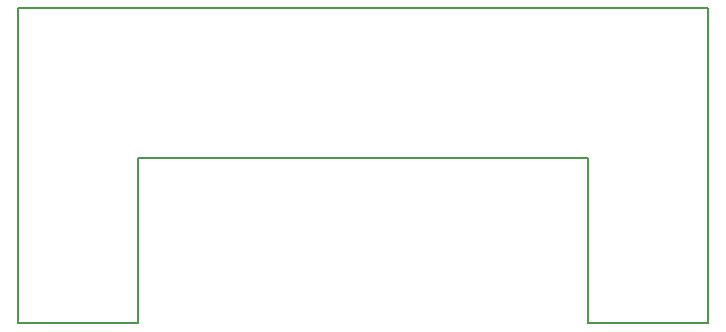
<source format=gbr>
G04 #@! TF.FileFunction,Profile,NP*
%FSLAX46Y46*%
G04 Gerber Fmt 4.6, Leading zero omitted, Abs format (unit mm)*
G04 Created by KiCad (PCBNEW (2015-12-07 BZR 6352)-product) date Fri 05 Feb 2016 02:03:26 PM EST*
%MOMM*%
G01*
G04 APERTURE LIST*
%ADD10C,0.100000*%
%ADD11C,0.150000*%
G04 APERTURE END LIST*
D10*
D11*
X55880000Y26670000D02*
X58420000Y26670000D01*
X45720000Y13970000D02*
X48260000Y13970000D01*
X10160000Y8890000D02*
X10160000Y13970000D01*
X45720000Y13970000D02*
X10160000Y13970000D01*
X48260000Y0D02*
X48260000Y13970000D01*
X58420000Y0D02*
X48260000Y0D01*
X58420000Y2540000D02*
X58420000Y0D01*
X58420000Y10160000D02*
X58420000Y2540000D01*
X58420000Y17780000D02*
X58420000Y10160000D01*
X58420000Y26670000D02*
X58420000Y17780000D01*
X0Y26670000D02*
X55880000Y26670000D01*
X0Y0D02*
X0Y26670000D01*
X10160000Y0D02*
X0Y0D01*
X10160000Y1270000D02*
X10160000Y0D01*
X10160000Y0D02*
X10160000Y1270000D01*
X10160000Y635000D02*
X10160000Y9525000D01*
M02*

</source>
